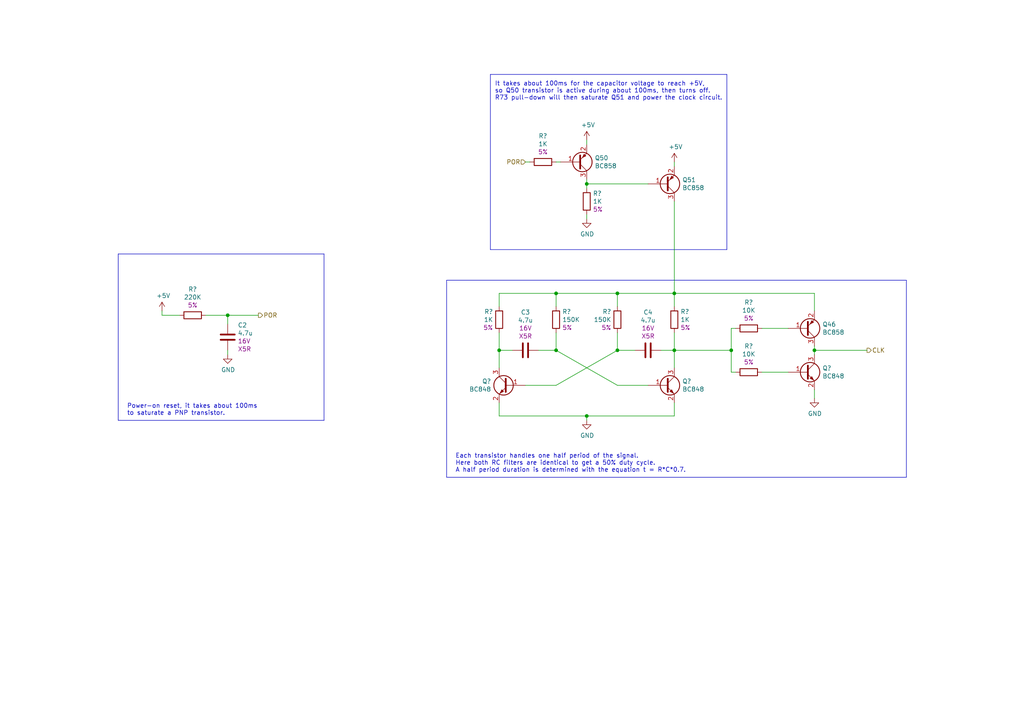
<source format=kicad_sch>
(kicad_sch (version 20230121) (generator eeschema)
  (paper "A4")
  (title_block (title "1Hz oscillator") (date "2022-02-16") (company "(C) Adrien RICCIARDI"))
  (lib_symbols
    (symbol "Device:C" (pin_numbers hide) (pin_names (offset 0.254))
      (property "Reference" "C" (at 0.635 2.54 0))
      (property "Value" "C" (at 0.635 -2.54 0))
      (symbol "C_0_1"
        (polyline (pts (xy -2.032 -0.762) (xy 2.032 -0.762)) (stroke (width 0.508)))
        (polyline (pts (xy -2.032 0.762) (xy 2.032 0.762)) (stroke (width 0.508)))
      )
      (symbol "C_1_1"
        (pin passive line (at 0 3.81 270) (length 2.794) (name "~") (number "1"))
        (pin passive line (at 0 -3.81 90) (length 2.794) (name "~") (number "2"))
      )
    )
    (symbol "Device:R" (pin_numbers hide) (pin_names (offset 0))
      (property "Reference" "R" (at 2.032 0 90))
      (property "Value" "R" (at 0 0 90))
      (symbol "R_0_1"
        (rectangle (start -1.016 -2.54) (end 1.016 2.54) (stroke (width 0.254)))
      )
      (symbol "R_1_1"
        (pin passive line (at 0 3.81 270) (length 1.27) (name "~") (number "1"))
        (pin passive line (at 0 -3.81 90) (length 1.27) (name "~") (number "2"))
      )
    )
    (symbol "Transistor_BJT:BC848" (pin_names (offset 0) hide)
      (property "Reference" "Q" (at 5.08 1.905 0))
      (property "Value" "BC848" (at 5.08 0 0))
      (symbol "BC848_0_1"
        (polyline (pts (xy 0.635 0.635) (xy 2.54 2.54)))
        (polyline (pts (xy 0.635 -0.635) (xy 2.54 -2.54) (xy 2.54 -2.54)))
        (polyline (pts (xy 0.635 1.905) (xy 0.635 -1.905) (xy 0.635 -1.905)) (stroke (width 0.508)))
        (polyline (pts (xy 1.27 -1.778) (xy 1.778 -1.27) (xy 2.286 -2.286) (xy 1.27 -1.778) (xy 1.27 -1.778)) (fill (type outline)))
        (circle (center 1.27 0) (radius 2.8194) (stroke (width 0.254)))
      )
      (symbol "BC848_1_1"
        (pin input line (at -5.08 0 0) (length 5.715) (name "B") (number "1"))
        (pin passive line (at 2.54 -5.08 90) (length 2.54) (name "E") (number "2"))
        (pin passive line (at 2.54 5.08 270) (length 2.54) (name "C") (number "3"))
      )
    )
    (symbol "Transistor_BJT:BC858" (pin_names (offset 0) hide)
      (property "Reference" "Q" (at 5.08 1.905 0))
      (property "Value" "BC858" (at 5.08 0 0))
      (symbol "BC858_0_1"
        (polyline (pts (xy 0.635 0.635) (xy 2.54 2.54)))
        (polyline (pts (xy 0.635 -0.635) (xy 2.54 -2.54) (xy 2.54 -2.54)))
        (polyline (pts (xy 0.635 1.905) (xy 0.635 -1.905) (xy 0.635 -1.905)) (stroke (width 0.508)))
        (polyline (pts (xy 2.286 -1.778) (xy 1.778 -2.286) (xy 1.27 -1.27) (xy 2.286 -1.778) (xy 2.286 -1.778)) (fill (type outline)))
        (circle (center 1.27 0) (radius 2.8194) (stroke (width 0.254)))
      )
      (symbol "BC858_1_1"
        (pin input line (at -5.08 0 0) (length 5.715) (name "B") (number "1"))
        (pin passive line (at 2.54 -5.08 90) (length 2.54) (name "E") (number "2"))
        (pin passive line (at 2.54 5.08 270) (length 2.54) (name "C") (number "3"))
      )
    )
    (symbol "power:+5V" (power) (pin_names (offset 0))
      (property "Value" "+5V" (at 0 3.556 0))
      (symbol "+5V_0_1"
        (polyline (pts (xy -0.762 1.27) (xy 0 2.54)))
        (polyline (pts (xy 0 0) (xy 0 2.54)))
        (polyline (pts (xy 0 2.54) (xy 0.762 1.27)))
      )
      (symbol "+5V_1_1"
        (pin power_in line (at 0 0 90) (length 0) hide (name "+5V") (number "1"))
      )
    )
    (symbol "power:GND" (power) (pin_names (offset 0))
      (property "Value" "GND" (at 0 -3.81 0))
      (symbol "GND_0_1"
        (polyline (pts (xy 0 0) (xy 0 -1.27) (xy 1.27 -1.27) (xy 0 -2.54) (xy -1.27 -1.27) (xy 0 -1.27)))
      )
      (symbol "GND_1_1"
        (pin power_in line (at 0 0 270) (length 0) hide (name "GND") (number "1"))
      )
    )
  )
  (junction (at 195.58 101.6))
  (junction (at 161.29 101.6))
  (junction (at 179.07 101.6))
  (junction (at 170.18 120.65))
  (junction (at 144.78 101.6))
  (junction (at 195.58 85.09))
  (junction (at 236.22 101.6))
  (junction (at 179.07 85.09))
  (junction (at 170.18 53.34))
  (junction (at 66.04 91.44))
  (junction (at 212.09 101.6))
  (junction (at 161.29 85.09))
  (wire (pts (xy 195.58 120.65) (xy 195.58 116.84)))
  (wire (pts (xy 59.69 91.44) (xy 66.04 91.44)))
  (wire (pts (xy 66.04 93.98) (xy 66.04 91.44)))
  (polyline (pts (xy 129.54 138.43) (xy 262.89 138.43)))
  (wire (pts (xy 161.29 85.09) (xy 179.07 85.09)))
  (polyline (pts (xy 129.54 81.28) (xy 129.54 138.43)))
  (wire (pts (xy 220.98 95.25) (xy 228.6 95.25)))
  (wire (pts (xy 195.58 101.6) (xy 212.09 101.6)))
  (wire (pts (xy 195.58 85.09) (xy 179.07 85.09)))
  (wire (pts (xy 179.07 96.52) (xy 179.07 101.6)))
  (wire (pts (xy 144.78 96.52) (xy 144.78 101.6)))
  (wire (pts (xy 170.18 121.92) (xy 170.18 120.65)))
  (wire (pts (xy 179.07 101.6) (xy 161.29 111.76)))
  (wire (pts (xy 161.29 101.6) (xy 179.07 111.76)))
  (polyline (pts (xy 93.98 73.66) (xy 93.98 121.92)))
  (wire (pts (xy 212.09 107.95) (xy 213.36 107.95)))
  (wire (pts (xy 144.78 88.9) (xy 144.78 85.09)))
  (wire (pts (xy 212.09 101.6) (xy 212.09 95.25)))
  (wire (pts (xy 170.18 120.65) (xy 195.58 120.65)))
  (polyline (pts (xy 93.98 121.92) (xy 34.29 121.92)))
  (wire (pts (xy 170.18 40.64) (xy 170.18 41.91)))
  (wire (pts (xy 195.58 88.9) (xy 195.58 85.09)))
  (wire (pts (xy 212.09 95.25) (xy 213.36 95.25)))
  (wire (pts (xy 220.98 107.95) (xy 228.6 107.95)))
  (wire (pts (xy 236.22 85.09) (xy 236.22 90.17)))
  (wire (pts (xy 191.77 101.6) (xy 195.58 101.6)))
  (wire (pts (xy 170.18 63.5) (xy 170.18 62.23)))
  (wire (pts (xy 66.04 91.44) (xy 74.93 91.44)))
  (wire (pts (xy 179.07 101.6) (xy 184.15 101.6)))
  (wire (pts (xy 170.18 52.07) (xy 170.18 53.34)))
  (wire (pts (xy 144.78 101.6) (xy 148.59 101.6)))
  (wire (pts (xy 161.29 96.52) (xy 161.29 101.6)))
  (wire (pts (xy 162.56 46.99) (xy 161.29 46.99)))
  (wire (pts (xy 195.58 96.52) (xy 195.58 101.6)))
  (wire (pts (xy 170.18 53.34) (xy 170.18 54.61)))
  (wire (pts (xy 195.58 101.6) (xy 195.58 106.68)))
  (polyline (pts (xy 34.29 73.66) (xy 93.98 73.66)))
  (wire (pts (xy 179.07 85.09) (xy 179.07 88.9)))
  (polyline (pts (xy 210.82 21.59) (xy 142.24 21.59)))
  (wire (pts (xy 144.78 101.6) (xy 144.78 106.68)))
  (polyline (pts (xy 210.82 72.39) (xy 210.82 21.59)))
  (wire (pts (xy 170.18 53.34) (xy 187.96 53.34)))
  (wire (pts (xy 152.4 111.76) (xy 161.29 111.76)))
  (wire (pts (xy 212.09 101.6) (xy 212.09 107.95)))
  (wire (pts (xy 161.29 85.09) (xy 161.29 88.9)))
  (polyline (pts (xy 142.24 72.39) (xy 210.82 72.39)))
  (wire (pts (xy 236.22 113.03) (xy 236.22 115.57)))
  (wire (pts (xy 161.29 101.6) (xy 156.21 101.6)))
  (polyline (pts (xy 34.29 121.92) (xy 34.29 73.66)))
  (wire (pts (xy 66.04 101.6) (xy 66.04 102.87)))
  (polyline (pts (xy 262.89 81.28) (xy 129.54 81.28)))
  (wire (pts (xy 46.99 91.44) (xy 52.07 91.44)))
  (wire (pts (xy 144.78 116.84) (xy 144.78 120.65)))
  (wire (pts (xy 152.4 46.99) (xy 153.67 46.99)))
  (wire (pts (xy 187.96 111.76) (xy 179.07 111.76)))
  (wire (pts (xy 195.58 85.09) (xy 236.22 85.09)))
  (polyline (pts (xy 262.89 138.43) (xy 262.89 81.28)))
  (wire (pts (xy 144.78 120.65) (xy 170.18 120.65)))
  (wire (pts (xy 236.22 101.6) (xy 251.46 101.6)))
  (wire (pts (xy 195.58 58.42) (xy 195.58 85.09)))
  (polyline (pts (xy 142.24 21.59) (xy 142.24 72.39)))
  (wire (pts (xy 195.58 46.99) (xy 195.58 48.26)))
  (wire (pts (xy 236.22 101.6) (xy 236.22 102.87)))
  (wire (pts (xy 46.99 91.44) (xy 46.99 90.17)))
  (wire (pts (xy 144.78 85.09) (xy 161.29 85.09)))
  (wire (pts (xy 236.22 100.33) (xy 236.22 101.6)))
  (text "It takes about 100ms for the capacitor voltage to reach +5V,\nso Q50 transistor is active during about 100ms, then turns off.\nR73 pull-down will then saturate Q51 and power the clock circuit." (at 143.51 29.21 0) (effects (font (size 1.27 1.27)) (justify left bottom)))
  (text "Each transistor handles one half period of the signal.\nHere both RC filters are identical to get a 50% duty cycle.\nA half period duration is determined with the equation t = R*C*0.7." (at 132.08 137.16 0) (effects (font (size 1.27 1.27)) (justify left bottom)))
  (text "Power-on reset, it takes about 100ms\nto saturate a PNP transistor." (at 36.83 120.65 0) (effects (font (size 1.27 1.27)) (justify left bottom)))
  (hierarchical_label "POR" (shape output) (at 74.93 91.44 0))
  (hierarchical_label "CLK" (shape output) (at 251.46 101.6 0))
  (hierarchical_label "POR" (shape input) (at 152.4 46.99 180))
  (symbol (lib_id "Device:R") (at 55.88 91.44 270) (unit 1)
    (property "Reference" "R?" (at 55.88 83.8962 90))
    (property "Value" "220K" (at 55.88 86.2076 90))
    (property "Footprint" "Resistor_SMD:R_0603_1608Metric_Pad0.98x0.95mm_HandSolder" (effects hide))
    (property "Value2" "5%" (at 55.88 88.519 90))
    (property "Sim.Device" "SPICE" (effects hide))
    (property "Sim.Params" "type=\"R\" model=\"1k\" lib=\"\"" (effects hide))
    (property "Sim.Pins" "1=1 2=2" (effects hide))
    (instances (project "Motherboard" (path "" (reference "R?") (unit 1)) (path "" (reference "R?") (unit 1)) (path "" (reference "R46") (unit 1))))
  )
  (symbol (lib_id "Device:C") (at 66.04 97.79 0) (unit 1)
    (property "Reference" "C2" (at 68.961 94.3102 0) (effects (justify left)))
    (property "Value" "4.7u" (at 68.961 96.6216 0) (effects (justify left)))
    (property "Footprint" "Capacitor_SMD:C_0805_2012Metric_Pad1.18x1.45mm_HandSolder" (effects hide))
    (property "Value2" "16V" (at 68.961 98.933 0) (effects (justify left)))
    (property "Value3" "X5R" (at 68.961 101.2444 0) (effects (justify left)))
    (property "PartNumber" "CL21A475KOFNNNE" (effects hide))
    (property "Manufacturer" "Samsung" (effects hide))
    (instances (project "Motherboard" (path "" (reference "C2") (unit 1)) (path "" (reference "C?") (unit 1))))
  )
  (symbol (lib_id "Device:R") (at 157.48 46.99 270) (unit 1)
    (property "Reference" "R?" (at 157.48 39.4462 90))
    (property "Value" "1K" (at 157.48 41.7576 90))
    (property "Footprint" "Resistor_SMD:R_0603_1608Metric_Pad0.98x0.95mm_HandSolder" (effects hide))
    (property "Value2" "5%" (at 157.48 44.069 90))
    (property "Sim.Device" "SPICE" (effects hide))
    (property "Sim.Params" "type=\"R\" model=\"1k\" lib=\"\"" (effects hide))
    (property "Sim.Pins" "1=1 2=2" (effects hide))
    (instances (project "Motherboard" (path "" (reference "R?") (unit 1)) (path "" (reference "R?") (unit 1)) (path "" (reference "R47") (unit 1))))
  )
  (symbol (lib_id "power:+5V") (at 46.99 90.17 0) (unit 1)
    (property "Reference" "#PWR?" (effects hide))
    (property "Value" "5" (at 47.371 85.7758 0))
    (property "Sim.Device" "V" (effects hide))
    (property "Sim.Type" "DC" (effects hide))
    (property "Sim.Pins" "1=+" (effects hide))
    (instances (project "Motherboard" (path "" (reference "#PWR?") (unit 1)) (path "" (reference "#PWR?") (unit 1)) (path "" (reference "#PWR060") (unit 1))))
  )
  (symbol (lib_id "power:GND") (at 66.04 102.87 0) (unit 1)
    (property "Reference" "#PWR064" (effects hide))
    (property "Value" "GND" (at 66.167 107.2642 0))
    (instances (project "Motherboard" (path "" (reference "#PWR064") (unit 1)) (path "" (reference "#PWR?") (unit 1))))
  )
  (symbol (lib_id "Transistor_BJT:BC858") (at 167.64 46.99 0) (mirror x) (unit 1)
    (property "Reference" "Q50" (at 172.4914 45.8216 0) (effects (justify left)))
    (property "Value" "BC858" (at 172.4914 48.133 0) (effects (justify left)))
    (property "Footprint" "Package_TO_SOT_SMD:SOT-23" (effects hide))
    (property "Datasheet" "https://www.onsemi.com/pub/Collateral/BC860-D.pdf" (effects hide))
    (property "Sim.Library" "Spice_Simulation/BC858.lib" (effects hide))
    (property "Sim.Name" "BC858" (effects hide))
    (property "Sim.Pins" "3=1 1=2 2=3" (effects hide))
    (instances (project "Motherboard" (path "" (reference "Q50") (unit 1)) (path "" (reference "Q?") (unit 1))))
  )
  (symbol (lib_id "power:+5V") (at 170.18 40.64 0) (unit 1)
    (property "Reference" "#PWR?" (effects hide))
    (property "Value" "5" (at 170.561 36.2458 0))
    (property "Sim.Device" "V" (effects hide))
    (property "Sim.Type" "DC" (effects hide))
    (property "Sim.Pins" "1=+" (effects hide))
    (instances (project "Motherboard" (path "" (reference "#PWR?") (unit 1)) (path "" (reference "#PWR?") (unit 1)) (path "" (reference "#PWR042") (unit 1))))
  )
  (symbol (lib_id "Transistor_BJT:BC848") (at 193.04 111.76 0) (unit 1)
    (property "Reference" "Q?" (at 197.8914 110.5916 0) (effects (justify left)))
    (property "Value" "BC848" (at 197.8914 112.903 0) (effects (justify left)))
    (property "Footprint" "Package_TO_SOT_SMD:SOT-23" (effects hide))
    (property "Datasheet" "http://www.infineon.com/dgdl/Infineon-BC847SERIES_BC848SERIES_BC849SERIES_BC850SERIES-DS-v01_01-en.pdf?fileId=db3a304314dca389011541d4630a1657" (effects hide))
    (property "Sim.Library" "Spice_Simulation/BC848.lib" (effects hide))
    (property "Sim.Name" "BC848" (effects hide))
    (property "Sim.Pins" "3=1 1=2 2=3" (effects hide))
    (instances (project "Motherboard" (path "" (reference "Q?") (unit 1)) (path "" (reference "Q?") (unit 1)) (path "" (reference "Q49") (unit 1))))
  )
  (symbol (lib_id "Device:R") (at 195.58 92.71 180) (unit 1)
    (property "Reference" "R?" (at 197.358 90.3986 0) (effects (justify right)))
    (property "Value" "1K" (at 197.358 92.71 0) (effects (justify right)))
    (property "Footprint" "Resistor_SMD:R_0603_1608Metric_Pad0.98x0.95mm_HandSolder" (effects hide))
    (property "Value2" "5%" (at 197.358 95.0214 0) (effects (justify right)))
    (property "Sim.Device" "SPICE" (effects hide))
    (property "Sim.Params" "type=\"R\" model=\"1k\" lib=\"\"" (effects hide))
    (property "Sim.Pins" "1=1 2=2" (effects hide))
    (instances (project "Motherboard" (path "" (reference "R?") (unit 1)) (path "" (reference "R?") (unit 1)) (path "" (reference "R71") (unit 1))))
  )
  (symbol (lib_id "Device:C") (at 187.96 101.6 270) (unit 1)
    (property "Reference" "C4" (at 187.96 90.5764 90))
    (property "Value" "4.7u" (at 187.96 92.8878 90))
    (property "Footprint" "Capacitor_SMD:C_0805_2012Metric_Pad1.18x1.45mm_HandSolder" (effects hide))
    (property "Value2" "16V" (at 187.96 95.1992 90))
    (property "Value3" "X5R" (at 187.96 97.5106 90))
    (property "PartNumber" "CL21A475KOFNNNE" (effects hide))
    (property "Manufacturer" "Samsung" (effects hide))
    (instances (project "Motherboard" (path "" (reference "C4") (unit 1)) (path "" (reference "C?") (unit 1))))
  )
  (symbol (lib_id "power:GND") (at 170.18 121.92 0) (unit 1)
    (property "Reference" "#PWR062" (effects hide))
    (property "Value" "GND" (at 170.307 126.3142 0))
    (instances (project "Motherboard" (path "" (reference "#PWR062") (unit 1)) (path "" (reference "#PWR?") (unit 1))))
  )
  (symbol (lib_id "Device:R") (at 179.07 92.71 180) (unit 1)
    (property "Reference" "R?" (at 177.3174 90.3986 0) (effects (justify left)))
    (property "Value" "150K" (at 177.3174 92.71 0) (effects (justify left)))
    (property "Footprint" "Resistor_SMD:R_0603_1608Metric_Pad0.98x0.95mm_HandSolder" (effects hide))
    (property "Value2" "5%" (at 177.3174 95.0214 0) (effects (justify left)))
    (property "Sim.Device" "SPICE" (effects hide))
    (property "Sim.Params" "type=\"R\" model=\"1k\" lib=\"\"" (effects hide))
    (property "Sim.Pins" "1=1 2=2" (effects hide))
    (instances (project "Motherboard" (path "" (reference "R?") (unit 1)) (path "" (reference "R?") (unit 1)) (path "" (reference "R70") (unit 1))))
  )
  (symbol (lib_id "Device:R") (at 161.29 92.71 180) (unit 1)
    (property "Reference" "R?" (at 163.068 90.3986 0) (effects (justify right)))
    (property "Value" "150K" (at 163.068 92.71 0) (effects (justify right)))
    (property "Footprint" "Resistor_SMD:R_0603_1608Metric_Pad0.98x0.95mm_HandSolder" (effects hide))
    (property "Value2" "5%" (at 163.068 95.0214 0) (effects (justify right)))
    (property "Sim.Device" "SPICE" (effects hide))
    (property "Sim.Params" "type=\"R\" model=\"1k\" lib=\"\"" (effects hide))
    (property "Sim.Pins" "1=1 2=2" (effects hide))
    (instances (project "Motherboard" (path "" (reference "R?") (unit 1)) (path "" (reference "R?") (unit 1)) (path "" (reference "R69") (unit 1))))
  )
  (symbol (lib_id "Device:C") (at 152.4 101.6 270) (unit 1)
    (property "Reference" "C3" (at 152.4 90.5764 90))
    (property "Value" "4.7u" (at 152.4 92.8878 90))
    (property "Footprint" "Capacitor_SMD:C_0805_2012Metric_Pad1.18x1.45mm_HandSolder" (effects hide))
    (property "Value2" "16V" (at 152.4 95.1992 90))
    (property "Value3" "X5R" (at 152.4 97.5106 90))
    (property "PartNumber" "CL21A475KOFNNNE" (effects hide))
    (property "Manufacturer" "Samsung" (effects hide))
    (instances (project "Motherboard" (path "" (reference "C3") (unit 1)) (path "" (reference "C?") (unit 1))))
  )
  (symbol (lib_id "Device:R") (at 144.78 92.71 180) (unit 1)
    (property "Reference" "R?" (at 143.0274 90.3986 0) (effects (justify left)))
    (property "Value" "1K" (at 143.0274 92.71 0) (effects (justify left)))
    (property "Footprint" "Resistor_SMD:R_0603_1608Metric_Pad0.98x0.95mm_HandSolder" (effects hide))
    (property "Value2" "5%" (at 143.0274 95.0214 0) (effects (justify left)))
    (property "Sim.Device" "SPICE" (effects hide))
    (property "Sim.Params" "type=\"R\" model=\"1k\" lib=\"\"" (effects hide))
    (property "Sim.Pins" "1=1 2=2" (effects hide))
    (instances (project "Motherboard" (path "" (reference "R?") (unit 1)) (path "" (reference "R?") (unit 1)) (path "" (reference "R68") (unit 1))))
  )
  (symbol (lib_id "Transistor_BJT:BC848") (at 147.32 111.76 0) (mirror y) (unit 1)
    (property "Reference" "Q?" (at 142.4686 110.5916 0) (effects (justify left)))
    (property "Value" "BC848" (at 142.4686 112.903 0) (effects (justify left)))
    (property "Footprint" "Package_TO_SOT_SMD:SOT-23" (effects hide))
    (property "Datasheet" "http://www.infineon.com/dgdl/Infineon-BC847SERIES_BC848SERIES_BC849SERIES_BC850SERIES-DS-v01_01-en.pdf?fileId=db3a304314dca389011541d4630a1657" (effects hide))
    (property "Sim.Library" "Spice_Simulation/BC848.lib" (effects hide))
    (property "Sim.Name" "BC848" (effects hide))
    (property "Sim.Pins" "3=1 1=2 2=3" (effects hide))
    (instances (project "Motherboard" (path "" (reference "Q?") (unit 1)) (path "" (reference "Q?") (unit 1)) (path "" (reference "Q48") (unit 1))))
  )
  (symbol (lib_id "Transistor_BJT:BC848") (at 233.68 107.95 0) (unit 1)
    (property "Reference" "Q?" (at 238.5314 106.7816 0) (effects (justify left)))
    (property "Value" "BC848" (at 238.5314 109.093 0) (effects (justify left)))
    (property "Footprint" "Package_TO_SOT_SMD:SOT-23" (effects hide))
    (property "Datasheet" "http://www.infineon.com/dgdl/Infineon-BC847SERIES_BC848SERIES_BC849SERIES_BC850SERIES-DS-v01_01-en.pdf?fileId=db3a304314dca389011541d4630a1657" (effects hide))
    (property "Sim.Library" "Spice_Simulation/BC848.lib" (effects hide))
    (property "Sim.Name" "BC848" (effects hide))
    (property "Sim.Pins" "3=1 1=2 2=3" (effects hide))
    (instances (project "Motherboard" (path "" (reference "Q?") (unit 1)) (path "" (reference "Q?") (unit 1)) (path "" (reference "Q47") (unit 1))))
  )
  (symbol (lib_id "Transistor_BJT:BC858") (at 233.68 95.25 0) (mirror x) (unit 1)
    (property "Reference" "Q46" (at 238.5314 94.0816 0) (effects (justify left)))
    (property "Value" "BC858" (at 238.5314 96.393 0) (effects (justify left)))
    (property "Footprint" "Package_TO_SOT_SMD:SOT-23" (effects hide))
    (property "Datasheet" "https://www.onsemi.com/pub/Collateral/BC860-D.pdf" (effects hide))
    (property "Sim.Library" "Spice_Simulation/BC858.lib" (effects hide))
    (property "Sim.Name" "BC858" (effects hide))
    (property "Sim.Pins" "3=1 1=2 2=3" (effects hide))
    (instances (project "Motherboard" (path "" (reference "Q46") (unit 1)) (path "" (reference "Q?") (unit 1))))
  )
  (symbol (lib_id "power:GND") (at 236.22 115.57 0) (unit 1)
    (property "Reference" "#PWR061" (effects hide))
    (property "Value" "GND" (at 236.347 119.9642 0))
    (instances (project "Motherboard" (path "" (reference "#PWR061") (unit 1)) (path "" (reference "#PWR?") (unit 1))))
  )
  (symbol (lib_id "Device:R") (at 217.17 95.25 90) (unit 1)
    (property "Reference" "R?" (at 217.17 87.7062 90))
    (property "Value" "10K" (at 217.17 90.0176 90))
    (property "Footprint" "Resistor_SMD:R_0603_1608Metric_Pad0.98x0.95mm_HandSolder" (effects hide))
    (property "Value2" "5%" (at 217.17 92.329 90))
    (property "Sim.Device" "SPICE" (effects hide))
    (property "Sim.Params" "type=\"R\" model=\"1k\" lib=\"\"" (effects hide))
    (property "Sim.Pins" "1=1 2=2" (effects hide))
    (instances (project "Motherboard" (path "" (reference "R?") (unit 1)) (path "" (reference "R?") (unit 1)) (path "" (reference "R72") (unit 1))))
  )
  (symbol (lib_id "Transistor_BJT:BC858") (at 193.04 53.34 0) (mirror x) (unit 1)
    (property "Reference" "Q51" (at 197.8914 52.1716 0) (effects (justify left)))
    (property "Value" "BC858" (at 197.8914 54.483 0) (effects (justify left)))
    (property "Footprint" "Package_TO_SOT_SMD:SOT-23" (effects hide))
    (property "Datasheet" "https://www.onsemi.com/pub/Collateral/BC860-D.pdf" (effects hide))
    (property "Sim.Library" "Spice_Simulation/BC858.lib" (effects hide))
    (property "Sim.Name" "BC858" (effects hide))
    (property "Sim.Pins" "3=1 1=2 2=3" (effects hide))
    (instances (project "Motherboard" (path "" (reference "Q51") (unit 1)) (path "" (reference "Q?") (unit 1))))
  )
  (symbol (lib_id "Device:R") (at 170.18 58.42 180) (unit 1)
    (property "Reference" "R?" (at 171.958 56.1086 0) (effects (justify right)))
    (property "Value" "1K" (at 171.958 58.42 0) (effects (justify right)))
    (property "Footprint" "Resistor_SMD:R_0603_1608Metric_Pad0.98x0.95mm_HandSolder" (effects hide))
    (property "Value2" "5%" (at 171.958 60.7314 0) (effects (justify right)))
    (property "Sim.Device" "SPICE" (effects hide))
    (property "Sim.Params" "type=\"R\" model=\"1k\" lib=\"\"" (effects hide))
    (property "Sim.Pins" "1=1 2=2" (effects hide))
    (instances (project "Motherboard" (path "" (reference "R?") (unit 1)) (path "" (reference "R?") (unit 1)) (path "" (reference "R73") (unit 1))))
  )
  (symbol (lib_id "power:+5V") (at 195.58 46.99 0) (unit 1)
    (property "Reference" "#PWR?" (effects hide))
    (property "Value" "5" (at 195.961 42.5958 0))
    (property "Sim.Device" "V" (effects hide))
    (property "Sim.Type" "DC" (effects hide))
    (property "Sim.Pins" "1=+" (effects hide))
    (instances (project "Motherboard" (path "" (reference "#PWR?") (unit 1)) (path "" (reference "#PWR?") (unit 1)) (path "" (reference "#PWR048") (unit 1))))
  )
  (symbol (lib_id "Device:R") (at 217.17 107.95 90) (unit 1)
    (property "Reference" "R?" (at 217.17 100.4062 90))
    (property "Value" "10K" (at 217.17 102.7176 90))
    (property "Footprint" "Resistor_SMD:R_0603_1608Metric_Pad0.98x0.95mm_HandSolder" (effects hide))
    (property "Value2" "5%" (at 217.17 105.029 90))
    (property "Sim.Device" "SPICE" (effects hide))
    (property "Sim.Params" "type=\"R\" model=\"1k\" lib=\"\"" (effects hide))
    (property "Sim.Pins" "1=1 2=2" (effects hide))
    (instances (project "Motherboard" (path "" (reference "R?") (unit 1)) (path "" (reference "R?") (unit 1)) (path "" (reference "R75") (unit 1))))
  )
  (symbol (lib_id "power:GND") (at 170.18 63.5 0) (unit 1)
    (property "Reference" "#PWR059" (effects hide))
    (property "Value" "GND" (at 170.307 67.8942 0))
    (instances (project "Motherboard" (path "" (reference "#PWR059") (unit 1)) (path "" (reference "#PWR?") (unit 1))))
  )
)
</source>
